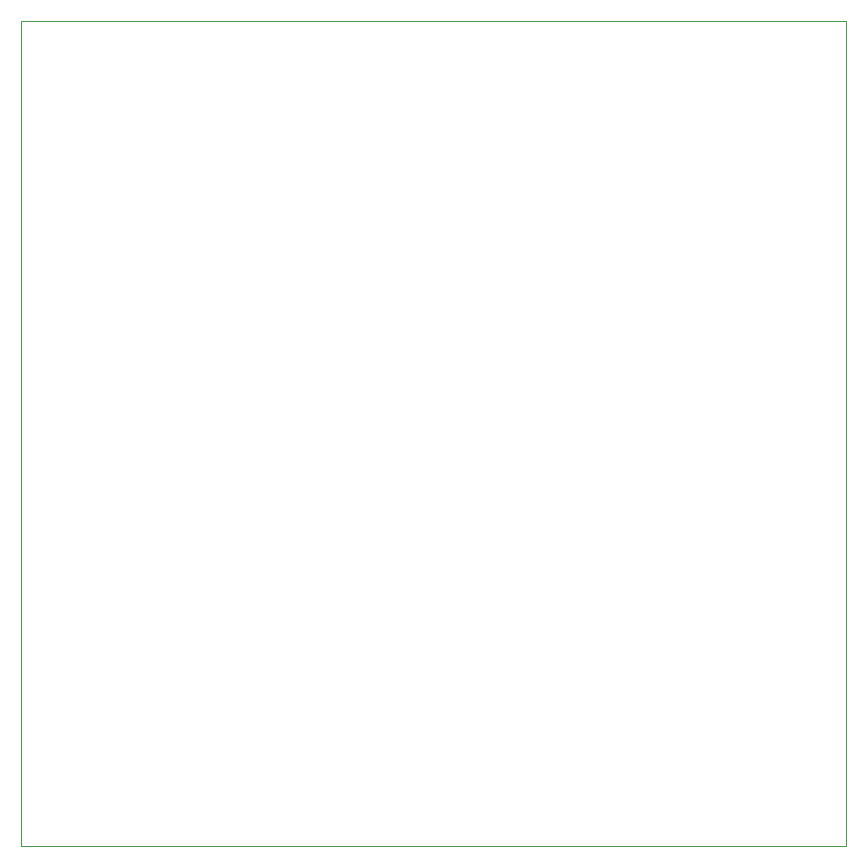
<source format=gbr>
G04 #@! TF.GenerationSoftware,KiCad,Pcbnew,(5.1.5)-3*
G04 #@! TF.CreationDate,2020-01-14T14:16:06+09:00*
G04 #@! TF.ProjectId,MOMI,4d4f4d49-2e6b-4696-9361-645f70636258,rev?*
G04 #@! TF.SameCoordinates,Original*
G04 #@! TF.FileFunction,Profile,NP*
%FSLAX46Y46*%
G04 Gerber Fmt 4.6, Leading zero omitted, Abs format (unit mm)*
G04 Created by KiCad (PCBNEW (5.1.5)-3) date 2020-01-14 14:16:06*
%MOMM*%
%LPD*%
G04 APERTURE LIST*
%ADD10C,0.050000*%
G04 APERTURE END LIST*
D10*
X156845000Y-91440000D02*
X86995000Y-91440000D01*
X156845000Y-161290000D02*
X156845000Y-91440000D01*
X86995000Y-161290000D02*
X156845000Y-161290000D01*
X86995000Y-91440000D02*
X86995000Y-161290000D01*
M02*

</source>
